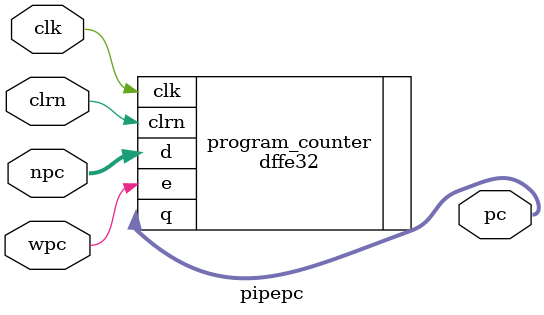
<source format=v>
module pipepc(npc,wpc,clk,clrn,pc);
	input [31:0] npc;
	input wpc,clk,clrn;
	output [31:0] pc;
	dffe32 program_counter (.d(npc),.clk(clk),.clrn(clrn),.e(wpc),.q(pc));
endmodule
</source>
